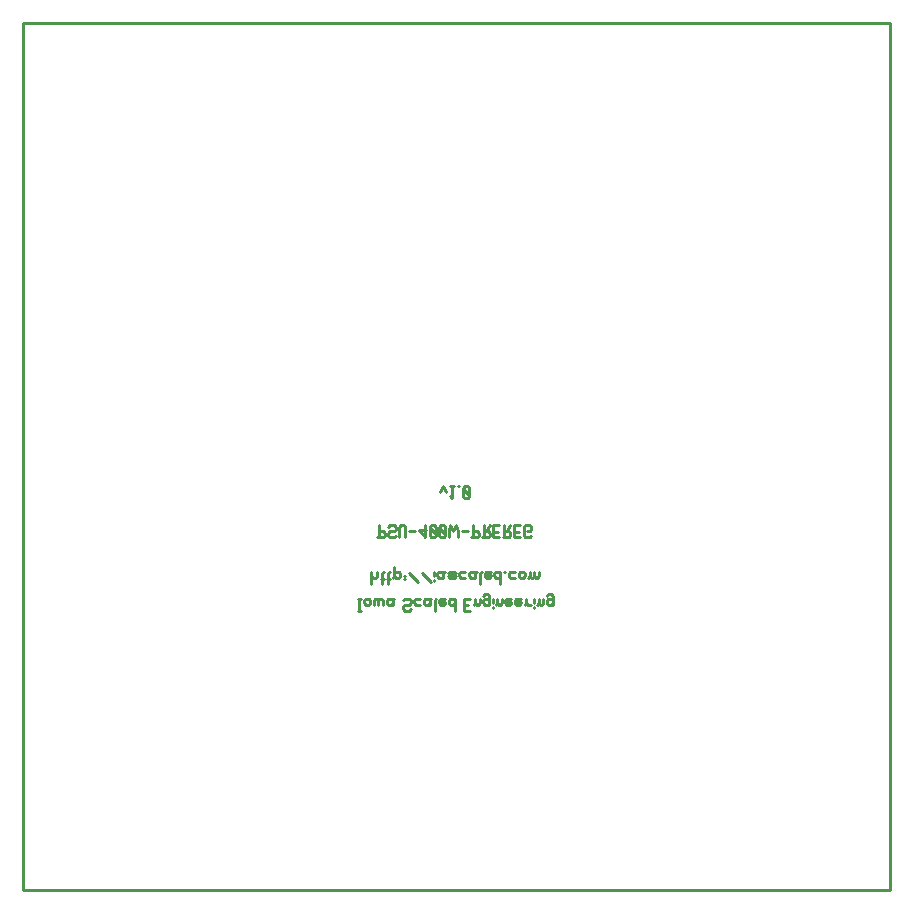
<source format=gbr>
G04 start of page 9 for group -4078 idx -4078 *
G04 Title: (unknown), bottomsilk *
G04 Creator: pcb 20110918 *
G04 CreationDate: Tue 27 May 2014 02:17:58 AM GMT UTC *
G04 For: railfan *
G04 Format: Gerber/RS-274X *
G04 PCB-Dimensions: 290000 290000 *
G04 PCB-Coordinate-Origin: lower left *
%MOIN*%
%FSLAX25Y25*%
%LNBOTTOMSILK*%
%ADD87C,0.0100*%
G54D87*X500Y500D02*X289500D01*
Y289500D01*
X500D01*
Y500D01*
X112000Y93500D02*X113000D01*
X112500D02*Y97500D01*
X112000D02*X113000D01*
X114200Y96000D02*Y97000D01*
Y96000D02*X114700Y95500D01*
X115700D01*
X116200Y96000D01*
Y97000D01*
X115700Y97500D02*X116200Y97000D01*
X114700Y97500D02*X115700D01*
X114200Y97000D02*X114700Y97500D01*
X117400Y95500D02*Y97000D01*
X117900Y97500D01*
X118400D01*
X118900Y97000D01*
Y95500D02*Y97000D01*
X119400Y97500D01*
X119900D01*
X120400Y97000D01*
Y95500D02*Y97000D01*
X123100Y95500D02*X123600Y96000D01*
X122100Y95500D02*X123100D01*
X121600Y96000D02*X122100Y95500D01*
X121600Y96000D02*Y97000D01*
X122100Y97500D01*
X123600Y95500D02*Y97000D01*
X124100Y97500D01*
X122100D02*X123100D01*
X123600Y97000D01*
X129100Y93500D02*X129600Y94000D01*
X127600Y93500D02*X129100D01*
X127100Y94000D02*X127600Y93500D01*
X127100Y94000D02*Y95000D01*
X127600Y95500D01*
X129100D01*
X129600Y96000D01*
Y97000D01*
X129100Y97500D02*X129600Y97000D01*
X127600Y97500D02*X129100D01*
X127100Y97000D02*X127600Y97500D01*
X131300Y95500D02*X132800D01*
X130800Y96000D02*X131300Y95500D01*
X130800Y96000D02*Y97000D01*
X131300Y97500D01*
X132800D01*
X135500Y95500D02*X136000Y96000D01*
X134500Y95500D02*X135500D01*
X134000Y96000D02*X134500Y95500D01*
X134000Y96000D02*Y97000D01*
X134500Y97500D01*
X136000Y95500D02*Y97000D01*
X136500Y97500D01*
X134500D02*X135500D01*
X136000Y97000D01*
X137700Y93500D02*Y97000D01*
X138200Y97500D01*
X139700D02*X141200D01*
X139200Y97000D02*X139700Y97500D01*
X139200Y96000D02*Y97000D01*
Y96000D02*X139700Y95500D01*
X140700D01*
X141200Y96000D01*
X139200Y96500D02*X141200D01*
Y96000D02*Y96500D01*
X144400Y93500D02*Y97500D01*
X143900D02*X144400Y97000D01*
X142900Y97500D02*X143900D01*
X142400Y97000D02*X142900Y97500D01*
X142400Y96000D02*Y97000D01*
Y96000D02*X142900Y95500D01*
X143900D01*
X144400Y96000D01*
X147400Y95300D02*X148900D01*
X147400Y97500D02*X149400D01*
X147400Y93500D02*Y97500D01*
Y93500D02*X149400D01*
X151100Y96000D02*Y97500D01*
Y96000D02*X151600Y95500D01*
X152100D01*
X152600Y96000D01*
Y97500D01*
X150600Y95500D02*X151100Y96000D01*
X155300Y95500D02*X155800Y96000D01*
X154300Y95500D02*X155300D01*
X153800Y96000D02*X154300Y95500D01*
X153800Y96000D02*Y97000D01*
X154300Y97500D01*
X155300D01*
X155800Y97000D01*
X153800Y98500D02*X154300Y99000D01*
X155300D01*
X155800Y98500D01*
Y95500D02*Y98500D01*
X157000Y94500D02*Y94600D01*
Y96000D02*Y97500D01*
X158500Y96000D02*Y97500D01*
Y96000D02*X159000Y95500D01*
X159500D01*
X160000Y96000D01*
Y97500D01*
X158000Y95500D02*X158500Y96000D01*
X161700Y97500D02*X163200D01*
X161200Y97000D02*X161700Y97500D01*
X161200Y96000D02*Y97000D01*
Y96000D02*X161700Y95500D01*
X162700D01*
X163200Y96000D01*
X161200Y96500D02*X163200D01*
Y96000D02*Y96500D01*
X164900Y97500D02*X166400D01*
X164400Y97000D02*X164900Y97500D01*
X164400Y96000D02*Y97000D01*
Y96000D02*X164900Y95500D01*
X165900D01*
X166400Y96000D01*
X164400Y96500D02*X166400D01*
Y96000D02*Y96500D01*
X168100Y96000D02*Y97500D01*
Y96000D02*X168600Y95500D01*
X169600D01*
X167600D02*X168100Y96000D01*
X170800Y94500D02*Y94600D01*
Y96000D02*Y97500D01*
X172300Y96000D02*Y97500D01*
Y96000D02*X172800Y95500D01*
X173300D01*
X173800Y96000D01*
Y97500D01*
X171800Y95500D02*X172300Y96000D01*
X176500Y95500D02*X177000Y96000D01*
X175500Y95500D02*X176500D01*
X175000Y96000D02*X175500Y95500D01*
X175000Y96000D02*Y97000D01*
X175500Y97500D01*
X176500D01*
X177000Y97000D01*
X175000Y98500D02*X175500Y99000D01*
X176500D01*
X177000Y98500D01*
Y95500D02*Y98500D01*
X116500Y102500D02*Y106500D01*
Y105000D02*X117000Y104500D01*
X118000D01*
X118500Y105000D01*
Y106500D01*
X120200Y102500D02*Y106000D01*
X120700Y106500D01*
X119700Y104000D02*X120700D01*
X122200Y102500D02*Y106000D01*
X122700Y106500D01*
X121700Y104000D02*X122700D01*
X124200Y105000D02*Y108000D01*
X123700Y104500D02*X124200Y105000D01*
X124700Y104500D01*
X125700D01*
X126200Y105000D01*
Y106000D01*
X125700Y106500D02*X126200Y106000D01*
X124700Y106500D02*X125700D01*
X124200Y106000D02*X124700Y106500D01*
X127400Y104000D02*X127900D01*
X127400Y105000D02*X127900D01*
X129100Y106000D02*X132100Y103000D01*
X133300Y106000D02*X136300Y103000D01*
X137500Y103500D02*Y103600D01*
Y105000D02*Y106500D01*
X140000Y104500D02*X140500Y105000D01*
X139000Y104500D02*X140000D01*
X138500Y105000D02*X139000Y104500D01*
X138500Y105000D02*Y106000D01*
X139000Y106500D01*
X140500Y104500D02*Y106000D01*
X141000Y106500D01*
X139000D02*X140000D01*
X140500Y106000D01*
X142700Y106500D02*X144200D01*
X144700Y106000D01*
X144200Y105500D02*X144700Y106000D01*
X142700Y105500D02*X144200D01*
X142200Y105000D02*X142700Y105500D01*
X142200Y105000D02*X142700Y104500D01*
X144200D01*
X144700Y105000D01*
X142200Y106000D02*X142700Y106500D01*
X146400Y104500D02*X147900D01*
X145900Y105000D02*X146400Y104500D01*
X145900Y105000D02*Y106000D01*
X146400Y106500D01*
X147900D01*
X150600Y104500D02*X151100Y105000D01*
X149600Y104500D02*X150600D01*
X149100Y105000D02*X149600Y104500D01*
X149100Y105000D02*Y106000D01*
X149600Y106500D01*
X151100Y104500D02*Y106000D01*
X151600Y106500D01*
X149600D02*X150600D01*
X151100Y106000D01*
X152800Y102500D02*Y106000D01*
X153300Y106500D01*
X154800D02*X156300D01*
X154300Y106000D02*X154800Y106500D01*
X154300Y105000D02*Y106000D01*
Y105000D02*X154800Y104500D01*
X155800D01*
X156300Y105000D01*
X154300Y105500D02*X156300D01*
Y105000D02*Y105500D01*
X159500Y102500D02*Y106500D01*
X159000D02*X159500Y106000D01*
X158000Y106500D02*X159000D01*
X157500Y106000D02*X158000Y106500D01*
X157500Y105000D02*Y106000D01*
Y105000D02*X158000Y104500D01*
X159000D01*
X159500Y105000D01*
X160700Y106500D02*X161200D01*
X162900Y104500D02*X164400D01*
X162400Y105000D02*X162900Y104500D01*
X162400Y105000D02*Y106000D01*
X162900Y106500D01*
X164400D01*
X165600Y105000D02*Y106000D01*
Y105000D02*X166100Y104500D01*
X167100D01*
X167600Y105000D01*
Y106000D01*
X167100Y106500D02*X167600Y106000D01*
X166100Y106500D02*X167100D01*
X165600Y106000D02*X166100Y106500D01*
X169300Y105000D02*Y106500D01*
Y105000D02*X169800Y104500D01*
X170300D01*
X170800Y105000D01*
Y106500D01*
Y105000D02*X171300Y104500D01*
X171800D01*
X172300Y105000D01*
Y106500D01*
X168800Y104500D02*X169300Y105000D01*
X119000Y118000D02*Y122000D01*
X118500Y118000D02*X120500D01*
X121000Y118500D01*
Y119500D01*
X120500Y120000D02*X121000Y119500D01*
X119000Y120000D02*X120500D01*
X124200Y118000D02*X124700Y118500D01*
X122700Y118000D02*X124200D01*
X122200Y118500D02*X122700Y118000D01*
X122200Y118500D02*Y119500D01*
X122700Y120000D01*
X124200D01*
X124700Y120500D01*
Y121500D01*
X124200Y122000D02*X124700Y121500D01*
X122700Y122000D02*X124200D01*
X122200Y121500D02*X122700Y122000D01*
X125900Y118000D02*Y121500D01*
X126400Y122000D01*
X127400D01*
X127900Y121500D01*
Y118000D02*Y121500D01*
X129100Y120000D02*X131100D01*
X132300Y120500D02*X134300Y118000D01*
X132300Y120500D02*X134800D01*
X134300Y118000D02*Y122000D01*
X136000Y121500D02*X136500Y122000D01*
X136000Y118500D02*Y121500D01*
Y118500D02*X136500Y118000D01*
X137500D01*
X138000Y118500D01*
Y121500D01*
X137500Y122000D02*X138000Y121500D01*
X136500Y122000D02*X137500D01*
X136000Y121000D02*X138000Y119000D01*
X139200Y121500D02*X139700Y122000D01*
X139200Y118500D02*Y121500D01*
Y118500D02*X139700Y118000D01*
X140700D01*
X141200Y118500D01*
Y121500D01*
X140700Y122000D02*X141200Y121500D01*
X139700Y122000D02*X140700D01*
X139200Y121000D02*X141200Y119000D01*
X142400Y118000D02*Y120000D01*
X142900Y122000D01*
X143900Y120000D01*
X144900Y122000D01*
X145400Y120000D01*
Y118000D02*Y120000D01*
X146600D02*X148600D01*
X150300Y118000D02*Y122000D01*
X149800Y118000D02*X151800D01*
X152300Y118500D01*
Y119500D01*
X151800Y120000D02*X152300Y119500D01*
X150300Y120000D02*X151800D01*
X153500Y118000D02*X155500D01*
X156000Y118500D01*
Y119500D01*
X155500Y120000D02*X156000Y119500D01*
X154000Y120000D02*X155500D01*
X154000Y118000D02*Y122000D01*
X154800Y120000D02*X156000Y122000D01*
X157200Y119800D02*X158700D01*
X157200Y122000D02*X159200D01*
X157200Y118000D02*Y122000D01*
Y118000D02*X159200D01*
X160400D02*X162400D01*
X162900Y118500D01*
Y119500D01*
X162400Y120000D02*X162900Y119500D01*
X160900Y120000D02*X162400D01*
X160900Y118000D02*Y122000D01*
X161700Y120000D02*X162900Y122000D01*
X164100Y119800D02*X165600D01*
X164100Y122000D02*X166100D01*
X164100Y118000D02*Y122000D01*
Y118000D02*X166100D01*
X169300D02*X169800Y118500D01*
X167800Y118000D02*X169300D01*
X167300Y118500D02*X167800Y118000D01*
X167300Y118500D02*Y121500D01*
X167800Y122000D01*
X169300D01*
X169800Y121500D01*
Y120500D02*Y121500D01*
X169300Y120000D02*X169800Y120500D01*
X168300Y120000D02*X169300D01*
X139500Y133000D02*X140500Y135000D01*
X141500Y133000D02*X140500Y135000D01*
X142700Y131800D02*X143500Y131000D01*
Y135000D01*
X142700D02*X144200D01*
X145400D02*X145900D01*
X147100Y134500D02*X147600Y135000D01*
X147100Y131500D02*Y134500D01*
Y131500D02*X147600Y131000D01*
X148600D01*
X149100Y131500D01*
Y134500D01*
X148600Y135000D02*X149100Y134500D01*
X147600Y135000D02*X148600D01*
X147100Y134000D02*X149100Y132000D01*
M02*

</source>
